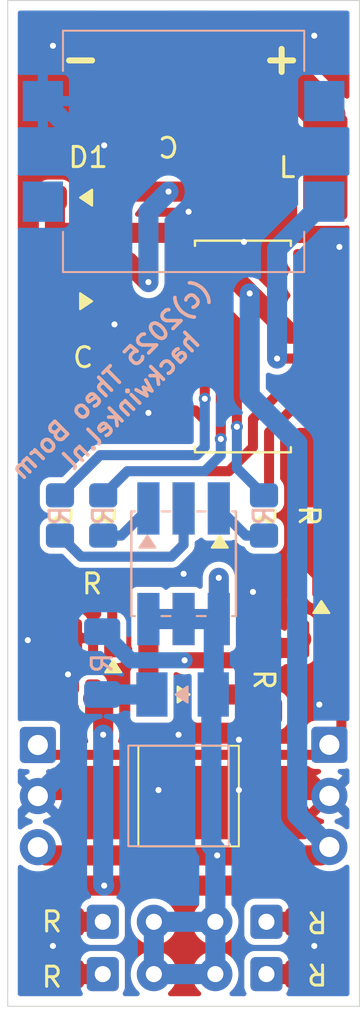
<source format=kicad_pcb>
(kicad_pcb (version 20241229) (generator "pcbnew") (generator_version "9.0")
  (layers (0 "F.Cu" signal) (2 "B.Cu" signal) (13 "F.Paste" user) (15 "B.Paste" user) (5 "F.SilkS" user "F.Silkscreen") (7 "B.SilkS" user "B.Silkscreen") (1 "F.Mask" user) (3 "B.Mask" user) (25 "Edge.Cuts" user))
  (net 0 "")
  (net 1 "GND")
  (net 2 "Net-(J2-Pin_2)")
  (net 3 "+5V")
  (net 4 "Net-(D1-A)")
  (net 5 "Net-(D2-K)")
  (net 6 "Net-(D4-K)")
  (net 7 "Net-(D5-K)")
  (net 8 "Net-(D6-K)")
  (net 9 "Net-(D7-K)")
  (net 10 "Net-(D8-BK)")
  (net 11 "Net-(D8-RK)")
  (net 12 "Net-(D8-GK)")
  (net 13 "Net-(D9-RK)")
  (net 14 "Net-(D9-GK)")
  (net 15 "Net-(D9-BK)")
  (net 16 "Net-(Q1-G)")
  (net 17 "Net-(Q1-D)")
  (net 18 "Net-(Q2-G)")
  (net 19 "Net-(Q2-D)")
  (net 20 "Net-(U2-PB3)")
  (net 21 "Net-(U2-PB0)")
  (net 22 "Net-(U2-PA0)")
  (net 23 "Net-(U2-PA4)")
  (net 24 "Net-(U2-PB6)")
  (net 25 "Net-(U2-PB5)")
  (net 26 "Net-(U2-PB2)")
  (net 27 "Net-(U2-PB7)")
  (net 28 "Net-(U2-PA7)")
  (net 29 "Net-(U2-PB4)")
  (net 36 "Net-(D3-K)")
  (footprint "ledtrinket:SOT-23" (layer "F.Cu") (at 54.25 58.2 -90)
    (property "Reference" "Q1" (hide yes))
    (property "Value" "Q_NMOS_GSD")
    (fp_poly (pts (xy -0.4 -1) (xy 0.2 -1.4) (xy 0.2 -0.6)) (stroke (width 0.1)) (fill yes) (layer "F.SilkS"))
    (pad "1" smd roundrect (at -1.5 -0.95 270) (size 1.9 0.8) (layers "F.Cu" "F.Mask" "F.Paste") (net 16 "Net-(Q1-G)"))
    (pad "2" smd roundrect (at -1.5 0.95 270) (size 1.9 0.8) (layers "F.Cu" "F.Mask" "F.Paste") (net 1 "GND"))
    (pad "3" smd roundrect (at 1.5 0 270) (size 1.9 0.8) (layers "F.Cu" "F.Mask" "F.Paste") (net 17 "Net-(Q1-D)"))
  )
  (footprint "ledtrinket:irrec" (layer "F.Cu") (at 51.5 64.55)
    (property "Reference" "U3" (hide yes))
    (property "Value" "irrec")
    (fp_line (start 5 -2.5) (end 5 2.5) (stroke (width 0.1)) (layer "F.SilkS"))
    (fp_line (start 5 2.5) (end 10 2.5) (stroke (width 0.1)) (layer "F.SilkS"))
    (fp_line (start 10 -2.5) (end 5 -2.5) (stroke (width 0.1)) (layer "F.SilkS"))
    (fp_line (start 10 2.5) (end 10 -2.5) (stroke (width 0.1)) (layer "F.SilkS"))
    (pad "1" thru_hole roundrect (at 0 -2.54) (size 1.8 1.8) (drill 1) (layers "*.Cu" "*.Mask") (roundrect_rratio 0.125) (net 28 "Net-(U2-PA7)"))
    (pad "2" thru_hole circle (at 0 0) (size 1.8 1.8) (drill 1) (layers "*.Cu" "*.Mask") (net 1 "GND"))
    (pad "3" thru_hole circle (at 0 2.54) (size 1.8 1.8) (drill 1) (layers "*.Cu" "*.Mask") (net 3 "+5V"))
  )
  (footprint "ledtrinket:SOT-23" (layer "F.Cu") (at 64.6 55.25 -90)
    (property "Reference" "Q2" (hide yes))
    (property "Value" "Q_NMOS_GSD")
    (fp_poly (pts (xy -0.4 -1) (xy 0.2 -1.4) (xy 0.2 -0.6)) (stroke (width 0.1)) (fill yes) (layer "F.SilkS"))
    (pad "1" smd roundrect (at -1.5 -0.95 270) (size 1.9 0.8) (layers "F.Cu" "F.Mask" "F.Paste") (net 18 "Net-(Q2-G)"))
    (pad "2" smd roundrect (at -1.5 0.95 270) (size 1.9 0.8) (layers "F.Cu" "F.Mask" "F.Paste") (net 1 "GND"))
    (pad "3" smd roundrect (at 1.5 0 270) (size 1.9 0.8) (layers "F.Cu" "F.Mask" "F.Paste") (net 19 "Net-(Q2-D)"))
  )
  (footprint "ledtrinket:D_SOD-123" (layer "F.Cu") (at 54 34.8)
    (property "Reference" "D1" (at 0 -2 0) (layer "F.SilkS"))
    (property "Value" "D_Schottky")
    (fp_poly (pts (xy -0.4 0) (xy 0.2 -0.4) (xy 0.2 0.4)) (stroke (width 0.1)) (fill yes) (layer "F.SilkS"))
    (pad "1" smd roundrect (at -1.65 0) (size 1.2 1.2) (layers "F.Cu" "F.Mask" "F.Paste") (net 3 "+5V"))
    (pad "2" smd roundrect (at 1.65 0) (size 1.2 1.2) (layers "F.Cu" "F.Mask" "F.Paste") (net 4 "Net-(D1-A)"))
  )
  (footprint "ledtrinket:D_2835" (layer "F.Cu") (at 58.7 59.5 180)
    (property "Reference" "D2" (hide yes))
    (property "Value" "LED")
    (fp_poly (pts (xy -0.35 0) (xy 0.25 -0.4) (xy 0.25 0.4)) (stroke (width 0.1)) (fill yes) (layer "F.SilkS"))
    (pad "1" smd rect (at -1.525 0 180) (size 1.55 2.2) (layers "F.Cu" "F.Mask" "F.Paste") (net 5 "Net-(D2-K)"))
    (pad "2" smd rect (at 1.525 0 180) (size 1.55 2.2) (layers "F.Cu" "F.Mask" "F.Paste") (net 3 "+5V"))
  )
  (footprint "ledtrinket:led_lamp_th" (layer "F.Cu") (at 56 73.4 90)
    (property "Reference" "D4" (hide yes))
    (property "Value" "LED")
    (pad "1" thru_hole roundrect (at 0 -1.27 90) (size 1.7 1.6) (drill 0.8) (layers "*.Cu" "*.Mask") (roundrect_rratio 0.15625) (net 6 "Net-(D4-K)"))
    (pad "2" thru_hole circle (at 0 1.27 90) (size 1.7 1.7) (drill 0.8) (layers "*.Cu" "*.Mask") (net 3 "+5V"))
  )
  (footprint "ledtrinket:R_0805" (layer "F.Cu") (at 62.75 50.6 -90)
    (property "Reference" "R11" (hide yes))
    (property "Value" "180")
    (fp_text user "R" (at 0 0 270) (layer "F.SilkS"))
    (pad "1" smd roundrect (at -1 0 270) (size 1.2 1.4) (layers "F.Cu" "F.Mask" "F.Paste") (roundrect_rratio 0.208333) (net 25 "Net-(U2-PB5)"))
    (pad "2" smd roundrect (at 1 0 270) (size 1.2 1.4) (layers "F.Cu" "F.Mask" "F.Paste") (roundrect_rratio 0.208333) (net 13 "Net-(D9-RK)"))
  )
  (footprint "ledtrinket:R_0805" (layer "F.Cu") (at 52.6 50.6 -90)
    (property "Reference" "R12" (hide yes))
    (property "Value" "180")
    (fp_text user "R" (at 0 0 270) (layer "F.SilkS"))
    (pad "1" smd roundrect (at -1 0 270) (size 1.2 1.4) (layers "F.Cu" "F.Mask" "F.Paste") (roundrect_rratio 0.208333) (net 26 "Net-(U2-PB2)"))
    (pad "2" smd roundrect (at 1 0 270) (size 1.2 1.4) (layers "F.Cu" "F.Mask" "F.Paste") (roundrect_rratio 0.208333) (net 14 "Net-(D9-GK)"))
  )
  (footprint "ledtrinket:C_0805" (layer "F.Cu") (at 58 32.25 180)
    (property "Reference" "C1" (hide yes))
    (property "Value" "10uF")
    (fp_text user "C" (at 0 0 180) (layer "F.SilkS"))
    (pad "1" smd roundrect (at -1 0 180) (size 1.2 1.4) (layers "F.Cu" "F.Mask" "F.Paste") (roundrect_rratio 0.208333) (net 2 "Net-(J2-Pin_2)"))
    (pad "2" smd roundrect (at 1 0 180) (size 1.2 1.4) (layers "F.Cu" "F.Mask" "F.Paste") (roundrect_rratio 0.208333) (net 1 "GND"))
  )
  (footprint "ledtrinket:R_0805" (layer "F.Cu") (at 54.75 50.6 -90)
    (property "Reference" "R13" (hide yes))
    (property "Value" "180")
    (fp_text user "R" (at 0 0 270) (layer "F.SilkS"))
    (pad "1" smd roundrect (at -1 0 270) (size 1.2 1.4) (layers "F.Cu" "F.Mask" "F.Paste") (roundrect_rratio 0.208333) (net 24 "Net-(U2-PB6)"))
    (pad "2" smd roundrect (at 1 0 270) (size 1.2 1.4) (layers "F.Cu" "F.Mask" "F.Paste") (roundrect_rratio 0.208333) (net 15 "Net-(D9-BK)"))
  )
  (footprint "ledtrinket:LED_RGB" (layer "F.Cu") (at 58.75 53 -90)
    (property "Reference" "D9" (hide yes))
    (property "Value" "LED_RGB")
    (fp_line (start -2.6 2.6) (end 2.6 2.6) (stroke (width 0.12)) (layer "F.SilkS"))
    (fp_line (start -2.6 2.6) (end -2.6 2.4) (stroke (width 0.1)) (layer "F.SilkS"))
    (fp_line (start 2.6 2.6) (end 2.6 2.4) (stroke (width 0.1)) (layer "F.SilkS"))
    (fp_line (start -2.6 0.65) (end -2.6 1.1) (stroke (width 0.1)) (layer "F.SilkS"))
    (fp_line (start 2.6 0.65) (end 2.6 1.1) (stroke (width 0.1)) (layer "F.SilkS"))
    (fp_line (start -2.6 -1.1) (end -2.6 -0.65) (stroke (width 0.1)) (layer "F.SilkS"))
    (fp_line (start 2.6 -1.1) (end 2.6 -0.65) (stroke (width 0.1)) (layer "F.SilkS"))
    (fp_line (start -2.6 -2.6) (end -2.6 -2.4) (stroke (width 0.1)) (layer "F.SilkS"))
    (fp_line (start 2.6 -2.6) (end 2.6 -2.4) (stroke (width 0.1)) (layer "F.SilkS"))
    (fp_line (start 2.6 -2.6) (end -2.6 -2.6) (stroke (width 0.12)) (layer "F.SilkS"))
    (fp_poly (pts (xy -1.4 -1.8) (xy -0.8 -2.2) (xy -0.8 -1.4)) (stroke (width 0.1)) (fill yes) (layer "F.SilkS"))
    (pad "1" smd rect (at -2.75 -1.75) (size 1.1 2.6) (layers "F.Cu" "F.Mask" "F.Paste") (net 13 "Net-(D9-RK)"))
    (pad "2" smd rect (at -2.75 0) (size 1.1 2.6) (layers "F.Cu" "F.Mask" "F.Paste") (net 14 "Net-(D9-GK)"))
    (pad "3" smd rect (at -2.75 1.75) (size 1.1 2.6) (layers "F.Cu" "F.Mask" "F.Paste") (net 15 "Net-(D9-BK)"))
    (pad "4" smd rect (at 2.75 1.75) (size 1.1 2.6) (layers "F.Cu" "F.Mask" "F.Paste") (net 3 "+5V"))
    (pad "5" smd rect (at 2.75 0) (size 1.1 2.6) (layers "F.Cu" "F.Mask" "F.Paste") (net 3 "+5V"))
    (pad "6" smd rect (at 2.75 -1.75) (size 1.1 2.6) (layers "F.Cu" "F.Mask" "F.Paste") (net 3 "+5V"))
  )
  (footprint "ledtrinket:R_0805" (layer "F.Cu") (at 65.4 70.8 180)
    (property "Reference" "R4" (hide yes))
    (property "Value" "100")
    (fp_text user "R" (at 0 0 180) (layer "F.SilkS"))
    (pad "1" smd roundrect (at -1 0 180) (size 1.2 1.4) (layers "F.Cu" "F.Mask" "F.Paste") (roundrect_rratio 0.208333) (net 17 "Net-(Q1-D)"))
    (pad "2" smd roundrect (at 1 0 180) (size 1.2 1.4) (layers "F.Cu" "F.Mask" "F.Paste") (roundrect_rratio 0.208333) (net 9 "Net-(D7-K)"))
  )
  (footprint "ledtrinket:led_lamp_th" (layer "F.Cu") (at 56 70.8 90)
    (property "Reference" "D6" (hide yes))
    (property "Value" "LED")
    (pad "1" thru_hole roundrect (at 0 -1.27 90) (size 1.7 1.6) (drill 0.8) (layers "*.Cu" "*.Mask") (roundrect_rratio 0.15625) (net 8 "Net-(D6-K)"))
    (pad "2" thru_hole circle (at 0 1.27 90) (size 1.7 1.7) (drill 0.8) (layers "*.Cu" "*.Mask") (net 3 "+5V"))
  )
  (footprint "ledtrinket:L" (layer "F.Cu") (at 63.9 33.3)
    (property "Reference" "L1" (hide yes))
    (property "Value" "47uH" (hide yes))
    (fp_text user "L" (at 0 0 0) (layer "F.SilkS"))
    (pad "1" smd roundrect (at -1.9 0) (size 2.2 5.2) (layers "F.Cu" "F.Mask" "F.Paste") (roundrect_rratio 0.1) (net 4 "Net-(D1-A)"))
    (pad "2" smd roundrect (at 1.9 0) (size 2.2 5.2) (layers "F.Cu" "F.Mask" "F.Paste") (roundrect_rratio 0.1) (net 2 "Net-(J2-Pin_2)"))
  )
  (footprint "ledtrinket:R_1206" (layer "F.Cu") (at 62.75 58.75 -90)
    (property "Reference" "R5" (hide yes))
    (property "Value" "10R")
    (fp_text user "R" (at 0 0 270) (layer "F.SilkS"))
    (pad "1" smd roundrect (at -1.5625 0 270) (size 1.325 1.8) (layers "F.Cu" "F.Mask" "F.Paste") (roundrect_rratio 0.188679) (net 19 "Net-(Q2-D)"))
    (pad "2" smd roundrect (at 1.5625 0 270) (size 1.325 1.8) (layers "F.Cu" "F.Mask" "F.Paste") (roundrect_rratio 0.188679) (net 5 "Net-(D2-K)"))
  )
  (footprint "ledtrinket:SOT-23" (layer "F.Cu") (at 53.8 38.95 180)
    (property "Reference" "U1" (hide yes))
    (property "Value" "~")
    (fp_poly (pts (xy -0.4 -1) (xy 0.2 -1.4) (xy 0.2 -0.6)) (stroke (width 0.1)) (fill yes) (layer "F.SilkS"))
    (pad "1" smd roundrect (at -1.5 -0.95 180) (size 1.9 0.8) (layers "F.Cu" "F.Mask" "F.Paste") (net 1 "GND"))
    (pad "2" smd roundrect (at -1.5 0.95 180) (size 1.9 0.8) (layers "F.Cu" "F.Mask" "F.Paste") (net 4 "Net-(D1-A)"))
    (pad "3" smd roundrect (at 1.5 0 180) (size 1.9 0.8) (layers "F.Cu" "F.Mask" "F.Paste") (net 3 "+5V"))
  )
  (footprint "ledtrinket:R_0805" (layer "F.Cu") (at 52.2 70.8)
    (property "Reference" "R3" (hide yes))
    (property "Value" "100")
    (fp_text user "R" (at 0 0 0) (layer "F.SilkS"))
    (pad "1" smd roundrect (at -1 0) (size 1.2 1.4) (layers "F.Cu" "F.Mask" "F.Paste") (roundrect_rratio 0.208333) (net 17 "Net-(Q1-D)"))
    (pad "2" smd roundrect (at 1 0) (size 1.2 1.4) (layers "F.Cu" "F.Mask" "F.Paste") (roundrect_rratio 0.208333) (net 8 "Net-(D6-K)"))
  )
  (footprint "ledtrinket:led_lamp_th" (layer "F.Cu") (at 61.6 73.4 -90)
    (property "Reference" "D5" (hide yes))
    (property "Value" "LED")
    (pad "1" thru_hole roundrect (at 0 -1.27 270) (size 1.7 1.6) (drill 0.8) (layers "*.Cu" "*.Mask") (roundrect_rratio 0.15625) (net 7 "Net-(D5-K)"))
    (pad "2" thru_hole circle (at 0 1.27 270) (size 1.7 1.7) (drill 0.8) (layers "*.Cu" "*.Mask") (net 3 "+5V"))
  )
  (footprint "ledtrinket:R_0805" (layer "F.Cu") (at 54.2 54)
    (property "Reference" "R7" (hide yes))
    (property "Value" "3k3")
    (fp_text user "R" (at 0 0 0) (layer "F.SilkS"))
    (pad "1" smd roundrect (at -1 0) (size 1.2 1.4) (layers "F.Cu" "F.Mask" "F.Paste") (roundrect_rratio 0.208333) (net 20 "Net-(U2-PB3)"))
    (pad "2" smd roundrect (at 1 0) (size 1.2 1.4) (layers "F.Cu" "F.Mask" "F.Paste") (roundrect_rratio 0.208333) (net 16 "Net-(Q1-G)"))
  )
  (footprint "ledtrinket:R_0805" (layer "F.Cu") (at 65 50.6 -90)
    (property "Reference" "R6" (hide yes))
    (property "Value" "3k3")
    (fp_text user "R" (at 0 0 270) (layer "F.SilkS"))
    (pad "1" smd roundrect (at -1 0 270) (size 1.2 1.4) (layers "F.Cu" "F.Mask" "F.Paste") (roundrect_rratio 0.208333) (net 29 "Net-(U2-PB4)"))
    (pad "2" smd roundrect (at 1 0 270) (size 1.2 1.4) (layers "F.Cu" "F.Mask" "F.Paste") (roundrect_rratio 0.208333) (net 18 "Net-(Q2-G)"))
  )
  (footprint "ledtrinket:SOP-16" (layer "F.Cu") (at 61.7 42.2 180)
    (property "Reference" "U2" (hide yes))
    (property "Value" "~")
    (fp_line (start 2.385 5.26) (end 2.385 5.005) (stroke (width 0.12)) (layer "F.SilkS"))
    (fp_line (start 2.385 -5.26) (end 2.385 -5.005) (stroke (width 0.12)) (layer "F.SilkS"))
    (fp_line (start 0 5.26) (end 2.385 5.26) (stroke (width 0.12)) (layer "F.SilkS"))
    (fp_line (start 0 5.26) (end -2.385 5.26) (stroke (width 0.12)) (layer "F.SilkS"))
    (fp_line (start 0 -5.26) (end 2.385 -5.26) (stroke (width 0.12)) (layer "F.SilkS"))
    (fp_line (start 0 -5.26) (end -2.385 -5.26) (stroke (width 0.12)) (layer "F.SilkS"))
    (fp_line (start -2.385 5.26) (end -2.385 5.005) (stroke (width 0.12)) (layer "F.SilkS"))
    (fp_line (start -2.385 -5.26) (end -2.385 -5.005) (stroke (width 0.12)) (layer "F.SilkS"))
    (pad "1" smd roundrect (at -3.25 -4.445 180) (size 1.3 0.8) (layers "F.Cu" "F.Mask" "F.Paste") (net 29 "Net-(U2-PB4)"))
    (pad "2" smd roundrect (at -3.15 -3.175 180) (size 1.3 0.8) (layers "F.Cu" "F.Mask" "F.Paste") (net 25 "Net-(U2-PB5)"))
    (pad "3" smd roundrect (at -3.15 -1.905 180) (size 1.3 0.8) (layers "F.Cu" "F.Mask" "F.Paste") (net 24 "Net-(U2-PB6)"))
    (pad "4" smd roundrect (at -3.15 -0.635 180) (size 1.3 0.8) (layers "F.Cu" "F.Mask" "F.Paste") (net 27 "Net-(U2-PB7)"))
    (pad "5" smd roundrect (at -3.15 0.635 180) (size 1.3 0.8) (layers "F.Cu" "F.Mask" "F.Paste") (net 3 "+5V"))
    (pad "6" smd roundrect (at -3.15 1.905 180) (size 1.3 0.8) (layers "F.Cu" "F.Mask" "F.Paste") (net 28 "Net-(U2-PA7)"))
    (pad "7" smd roundrect (at -3.15 3.175 180) (size 1.3 0.8) (layers "F.Cu" "F.Mask" "F.Paste"))
    (pad "8" smd roundrect (at -3.15 4.445 180) (size 1.3 0.8) (layers "F.Cu" "F.Mask" "F.Paste"))
    (pad "9" smd roundrect (at 3.15 4.445 180) (size 1.3 0.8) (layers "F.Cu" "F.Mask" "F.Paste"))
    (pad "10" smd roundrect (at 3.15 3.175 180) (size 1.3 0.8) (layers "F.Cu" "F.Mask" "F.Paste") (net 23 "Net-(U2-PA4)"))
    (pad "11" smd roundrect (at 3.15 1.905 180) (size 1.3 0.8) (layers "F.Cu" "F.Mask" "F.Paste") (net 22 "Net-(U2-PA0)"))
    (pad "12" smd roundrect (at 3.15 0.635 180) (size 1.3 0.8) (layers "F.Cu" "F.Mask" "F.Paste") (net 1 "GND"))
    (pad "13" smd roundrect (at 3.15 -0.635 180) (size 1.3 0.8) (layers "F.Cu" "F.Mask" "F.Paste") (net 21 "Net-(U2-PB0)"))
    (pad "14" smd roundrect (at 3.15 -1.905 180) (size 1.3 0.8) (layers "F.Cu" "F.Mask" "F.Paste"))
    (pad "15" smd roundrect (at 3.15 -3.175 180) (size 1.3 0.8) (layers "F.Cu" "F.Mask" "F.Paste") (net 26 "Net-(U2-PB2)"))
    (pad "16" smd roundrect (at 3.15 -4.445 180) (size 1.3 0.8) (layers "F.Cu" "F.Mask" "F.Paste") (net 20 "Net-(U2-PB3)"))
  )
  (footprint "ledtrinket:led_lamp_th" (layer "F.Cu") (at 61.6 70.8 -90)
    (property "Reference" "D7" (hide yes))
    (property "Value" "LED")
    (pad "1" thru_hole roundrect (at 0 -1.27 270) (size 1.7 1.6) (drill 0.8) (layers "*.Cu" "*.Mask") (roundrect_rratio 0.15625) (net 9 "Net-(D7-K)"))
    (pad "2" thru_hole circle (at 0 1.27 270) (size 1.7 1.7) (drill 0.8) (layers "*.Cu" "*.Mask") (net 3 "+5V"))
  )
  (footprint "ledtrinket:R_0805" (layer "F.Cu") (at 65.4 73.4 180)
    (property "Reference" "R2" (hide yes))
    (property "Value" "100")
    (fp_text user "R" (at 0 0 180) (layer "F.SilkS"))
    (pad "1" smd roundrect (at -1 0 180) (size 1.2 1.4) (layers "F.Cu" "F.Mask" "F.Paste") (roundrect_rratio 0.208333) (net 17 "Net-(Q1-D)"))
    (pad "2" smd roundrect (at 1 0 180) (size 1.2 1.4) (layers "F.Cu" "F.Mask" "F.Paste") (roundrect_rratio 0.208333) (net 7 "Net-(D5-K)"))
  )
  (footprint "ledtrinket:powpins" (layer "F.Cu") (at 58.7 27.8 90)
    (property "Reference" "J2" (hide yes))
    (property "Value" "Conn_01x02_Pin" (hide yes))
    (pad "1" smd roundrect (at 0 -2.5 90) (size 4.5 3) (layers "F.Cu" "F.Mask" "F.Paste") (roundrect_rratio 0.125) (net 1 "GND"))
    (pad "2" smd oval (at 0 2.5 90) (size 4.5 3) (layers "F.Cu" "F.Mask" "F.Paste") (net 2 "Net-(J2-Pin_2)"))
  )
  (footprint "ledtrinket:R_0805" (layer "F.Cu") (at 52.2 73.4)
    (property "Reference" "R1" (hide yes))
    (property "Value" "100")
    (fp_text user "R" (at 0 0.15 0) (layer "F.SilkS"))
    (pad "1" smd roundrect (at -1 0) (size 1.2 1.4) (layers "F.Cu" "F.Mask" "F.Paste") (roundrect_rratio 0.208333) (net 17 "Net-(Q1-D)"))
    (pad "2" smd roundrect (at 1 0) (size 1.2 1.4) (layers "F.Cu" "F.Mask" "F.Paste") (roundrect_rratio 0.208333) (net 6 "Net-(D4-K)"))
  )
  (footprint "ledtrinket:C_1206" (layer "F.Cu") (at 53.75 42.75)
    (property "Reference" "C2" (hide yes))
    (property "Value" "47uF")
    (fp_text user "C" (at 0 0 0) (layer "F.SilkS"))
    (pad "1" smd roundrect (at -1.5625 0) (size 1.325 1.8) (layers "F.Cu" "F.Mask" "F.Paste") (roundrect_rratio 0.188679) (net 3 "+5V"))
    (pad "2" smd roundrect (at 1.5625 0) (size 1.325 1.8) (layers "F.Cu" "F.Mask" "F.Paste") (roundrect_rratio 0.188679) (net 1 "GND"))
  )
  (footprint "ledtrinket:R_0805" (layer "B.Cu") (at 54.75 50.6 -90)
    (property "Reference" "R8" (hide yes))
    (property "Value" "180")
    (fp_text user "R" (at 0 0 90) (layer "B.SilkS") (effects (justify mirror)))
    (pad "1" smd roundrect (at -1 0 270) (size 1.2 1.4) (layers "B.Cu" "B.Mask" "B.Paste") (roundrect_rratio 0.208333) (net 22 "Net-(U2-PA0)"))
    (pad "2" smd roundrect (at 1 0 270) (size 1.2 1.4) (layers "B.Cu" "B.Mask" "B.Paste") (roundrect_rratio 0.208333) (net 11 "Net-(D8-RK)"))
  )
  (footprint "ledtrinket:R_0805" (layer "B.Cu") (at 62.75 50.6 -90)
    (property "Reference" "R10" (hide yes))
    (property "Value" "180")
    (fp_text user "R" (at 0 0 90) (layer "B.SilkS") (effects (justify mirror)))
    (pad "1" smd roundrect (at -1 0 270) (size 1.2 1.4) (layers "B.Cu" "B.Mask" "B.Paste") (roundrect_rratio 0.208333) (net 23 "Net-(U2-PA4)"))
    (pad "2" smd roundrect (at 1 0 270) (size 1.2 1.4) (layers "B.Cu" "B.Mask" "B.Paste") (roundrect_rratio 0.208333) (net 10 "Net-(D8-BK)"))
  )
  (footprint "ledtrinket:button" (layer "B.Cu") (at 58.75 32.5 90)
    (property "Reference" "SW1" (hide yes))
    (property "Value" "SW_Push_Dual")
    (fp_line (start 6 -6) (end 6 6) (stroke (width 0.1)) (layer "B.SilkS"))
    (fp_line (start 4 -6) (end 6 -6) (stroke (width 0.1)) (layer "B.SilkS"))
    (fp_line (start -6 -6) (end -4 -6) (stroke (width 0.1)) (layer "B.SilkS"))
    (fp_line (start 4 6) (end 6 6) (stroke (width 0.1)) (layer "B.SilkS"))
    (fp_line (start -4 6) (end -6 6) (stroke (width 0.1)) (layer "B.SilkS"))
    (fp_line (start -6 6) (end -6 -6) (stroke (width 0.1)) (layer "B.SilkS"))
    (pad "1" smd rect (at -2.5 7 90) (size 2 2) (layers "B.Cu" "B.Mask" "B.Paste") (net 27 "Net-(U2-PB7)"))
    (pad "2" smd rect (at -2.5 -7 90) (size 2 2) (layers "B.Cu" "B.Mask" "B.Paste"))
    (pad "3" smd rect (at 2.5 7 90) (size 2 2) (layers "B.Cu" "B.Mask" "B.Paste"))
    (pad "4" smd rect (at 2.5 -7 90) (size 2 2) (layers "B.Cu" "B.Mask" "B.Paste") (net 1 "GND"))
  )
  (footprint "ledtrinket:LED_RGB" (layer "B.Cu") (at 58.75 53 -90)
    (property "Reference" "D8" (hide yes))
    (property "Value" "LED_RGB")
    (fp_line (start -2.6 2.6) (end 2.6 2.6) (stroke (width 0.12)) (layer "B.SilkS"))
    (fp_line (start -2.6 2.4) (end -2.6 2.6) (stroke (width 0.1)) (layer "B.SilkS"))
    (fp_line (start 2.6 2.4) (end 2.6 2.6) (stroke (width 0.1)) (layer "B.SilkS"))
    (fp_line (start -2.6 0.65) (end -2.6 1.1) (stroke (width 0.1)) (layer "B.SilkS"))
    (fp_line (start 2.6 0.65) (end 2.6 1.1) (stroke (width 0.1)) (layer "B.SilkS"))
    (fp_line (start -2.6 -1.1) (end -2.6 -0.65) (stroke (width 0.1)) (layer "B.SilkS"))
    (fp_line (start 2.6 -1.1) (end 2.6 -0.65) (stroke (width 0.1)) (layer "B.SilkS"))
    (fp_line (start -2.6 -2.4) (end -2.6 -2.6) (stroke (width 0.1)) (layer "B.SilkS"))
    (fp_line (start 2.6 -2.4) (end 2.6 -2.6) (stroke (width 0.1)) (layer "B.SilkS"))
    (fp_line (start 2.6 -2.6) (end -2.6 -2.6) (stroke (width 0.12)) (layer "B.SilkS"))
    (fp_poly (pts (xy -1.4 1.8) (xy -0.8 2.2) (xy -0.8 1.4)) (stroke (width 0.1)) (fill yes) (layer "B.SilkS"))
    (pad "1" smd rect (at -2.75 1.75 180) (size 1.1 2.6) (layers "B.Cu" "B.Mask" "B.Paste") (net 11 "Net-(D8-RK)"))
    (pad "2" smd rect (at -2.75 0 180) (size 1.1 2.6) (layers "B.Cu" "B.Mask" "B.Paste") (net 12 "Net-(D8-GK)"))
    (pad "3" smd rect (at -2.75 -1.75 180) (size 1.1 2.6) (layers "B.Cu" "B.Mask" "B.Paste") (net 10 "Net-(D8-BK)"))
    (pad "4" smd rect (at 2.75 -1.75 180) (size 1.1 2.6) (layers "B.Cu" "B.Mask" "B.Paste") (net 3 "+5V"))
    (pad "5" smd rect (at 2.75 0 180) (size 1.1 2.6) (layers "B.Cu" "B.Mask" "B.Paste") (net 3 "+5V"))
    (pad "6" smd rect (at 2.75 1.75 180) (size 1.1 2.6) (layers "B.Cu" "B.Mask" "B.Paste") (net 3 "+5V"))
  )
  (footprint "ledtrinket:D_2835" (layer "B.Cu") (at 58.7 59.5)
    (property "Reference" "D3" (hide yes))
    (property "Value" "LED")
    (fp_poly (pts (xy -0.35 0) (xy 0.25 0.4) (xy 0.25 -0.4)) (stroke (width 0.1)) (fill yes) (layer "B.SilkS"))
    (pad "1" smd rect (at -1.525 0) (size 1.55 2.2) (layers "B.Cu" "B.Mask" "B.Paste") (net 36 "Net-(D3-K)"))
    (pad "2" smd rect (at 1.525 0) (size 1.55 2.2) (layers "B.Cu" "B.Mask" "B.Paste") (net 3 "+5V"))
  )
  (footprint "ledtrinket:irrec" (layer "B.Cu") (at 66 64.54 180)
    (property "Reference" "U4" (hide yes))
    (property "Value" "irrec")
    (fp_line (start 10 2.5) (end 10 -2.5) (stroke (width 0.1)) (layer "B.SilkS"))
    (fp_line (start 10 -2.5) (end 5 -2.5) (stroke (width 0.1)) (layer "B.SilkS"))
    (fp_line (start 5 2.5) (end 10 2.5) (stroke (width 0.1)) (layer "B.SilkS"))
    (fp_line (start 5 -2.5) (end 5 2.5) (stroke (width 0.1)) (layer "B.SilkS"))
    (pad "1" thru_hole roundrect (at 0 2.54 180) (size 1.8 1.8) (drill 1) (layers "*.Cu" "*.Mask") (roundrect_rratio 0.125) (net 28 "Net-(U2-PA7)"))
    (pad "2" thru_hole circle (at 0 0 180) (size 1.8 1.8) (drill 1) (layers "*.Cu" "*.Mask") (net 1 "GND"))
    (pad "3" thru_hole circle (at 0 -2.54 180) (size 1.8 1.8) (drill 1) (layers "*.Cu" "*.Mask") (net 3 "+5V"))
  )
  (footprint "ledtrinket:R_1206" (layer "B.Cu") (at 54.7 57.9375 -90)
    (property "Reference" "R14" (hide yes))
    (property "Value" "10R")
    (fp_text user "R" (at 0 0 90) (layer "B.SilkS") (effects (justify mirror)))
    (pad "1" smd roundrect (at -1.5625 0 270) (size 1.325 1.8) (layers "B.Cu" "B.Mask" "B.Paste") (roundrect_rratio 0.188679) (net 19 "Net-(Q2-D)"))
    (pad "2" smd roundrect (at 1.5625 0 270) (size 1.325 1.8) (layers "B.Cu" "B.Mask" "B.Paste") (roundrect_rratio 0.188679) (net 36 "Net-(D3-K)"))
  )
  (footprint "ledtrinket:R_0805" (layer "B.Cu") (at 52.6 50.6 -90)
    (property "Reference" "R9" (hide yes))
    (property "Value" "180")
    (fp_text user "R" (at 0 0 90) (layer "B.SilkS") (effects (justify mirror)))
    (pad "1" smd roundrect (at -1 0 270) (size 1.2 1.4) (layers "B.Cu" "B.Mask" "B.Paste") (roundrect_rratio 0.208333) (net 21 "Net-(U2-PB0)"))
    (pad "2" smd roundrect (at 1 0 270) (size 1.2 1.4) (layers "B.Cu" "B.Mask" "B.Paste") (roundrect_rratio 0.208333) (net 12 "Net-(D8-GK)"))
  )
  (gr_line (start 50 75) (end 50 25) (stroke (width 0.05)) (layer "Edge.Cuts"))
  (gr_line (start 67.5 25) (end 67.5 75) (stroke (width 0.05)) (layer "Edge.Cuts"))
  (gr_line (start 50 25) (end 67.5 25) (stroke (width 0.05)) (layer "Edge.Cuts"))
  (gr_line (start 67.5 75) (end 50 75) (stroke (width 0.05)) (layer "Edge.Cuts"))
  (gr_text "+" (at 62.5 28.75 0) (layer "F.SilkS") (effects (font (size 1.5 1.5) (thickness 0.3) (bold yes)) (justify left bottom)))
  (gr_text "-" (at 52.5 28.75 0) (layer "F.SilkS") (effects (font (size 1.5 1.5) (thickness 0.3) (bold yes)) (justify left bottom)))
  (gr_text "(c)2025 Theo Borm\nhackwinkel.nl\n" (at 56.5 45.25 45) (layer "B.SilkS") (effects (font (size 0.9 0.9) (thickness 0.18) (bold yes)) (justify bottom mirror)))
  (segment (start 55.3125 39.9125) (end 55.3 39.9) (width 1) (layer "F.Cu") (net 1))
  (segment (start 55.4275 41.565) (end 55.3125 41.45) (width 1) (layer "F.Cu") (net 1))
  (segment (start 63 54.4) (end 63.65 53.75) (width 1) (layer "F.Cu") (net 1))
  (segment (start 62.2 54.4) (end 63 54.4) (width 1) (layer "F.Cu") (net 1))
  (segment (start 51.1 56.7) (end 53.3 56.7) (width 1) (layer "F.Cu") (net 1))
  (segment (start 58.55 41.565) (end 55.4275 41.565) (width 1) (layer "F.Cu") (net 1))
  (segment (start 51.8 64.25) (end 51.5 64.55) (width 1) (layer "F.Cu") (net 1))
  (segment (start 65.71 64.25) (end 51.8 64.25) (width 1) (layer "F.Cu") (net 1))
  (segment (start 56.25 27.7) (end 57 28.45) (width 1) (layer "F.Cu") (net 1))
  (segment (start 66 64.54) (end 65.71 64.25) (width 1) (layer "F.Cu") (net 1))
  (segment (start 55.3125 41.1) (end 55.3125 39.9125) (width 1) (layer "F.Cu") (net 1))
  (segment (start 56.95 32.2) (end 57 32.25) (width 1) (layer "F.Cu") (net 1))
  (segment (start 57 28.45) (end 57 32.25) (width 1) (layer "F.Cu") (net 1))
  (segment (start 54.8 32.2) (end 56.95 32.2) (width 1) (layer "F.Cu") (net 1))
  (segment (start 55.3125 42.75) (end 55.3125 41.45) (width 1) (layer "F.Cu") (net 1))
  (segment (start 55.3125 41.45) (end 55.3125 41.1) (width 1) (layer "F.Cu") (net 1))
  (segment (start 51 56.8) (end 51.1 56.7) (width 1) (layer "F.Cu") (net 1))
  (via (at 57 45.5) (size 0.6) (drill 0.3) (layers "F.Cu" "B.Cu") (net 1))
  (via (at 57.5 64.25) (size 0.6) (drill 0.3) (layers "F.Cu" "B.Cu") (net 1))
  (via (at 52.25 72) (size 0.6) (drill 0.3) (layers "F.Cu" "B.Cu") (net 1))
  (via (at 55.3125 41.1) (size 0.6) (drill 0.3) (layers "F.Cu" "B.Cu") (net 1))
  (via (at 54.8 32.2) (size 0.6) (drill 0.3) (layers "F.Cu" "B.Cu") (net 1))
  (via (at 52.25 27.25) (size 0.6) (drill 0.3) (layers "F.Cu" "B.Cu") (net 1))
  (via (at 61.5 61.75) (size 0.6) (drill 0.3) (layers "F.Cu" "B.Cu") (net 1))
  (via (at 66.5 37.25) (size 0.6) (drill 0.3) (layers "F.Cu" "B.Cu") (net 1))
  (via (at 58.75 53.5) (size 0.6) (drill 0.3) (layers "F.Cu" "B.Cu") (net 1))
  (via (at 51 56.8) (size 0.6) (drill 0.3) (layers "F.Cu" "B.Cu") (net 1))
  (via (at 61.5 64.25) (size 0.6) (drill 0.3) (layers "F.Cu" "B.Cu") (net 1))
  (via (at 53 58.5) (size 0.6) (drill 0.3) (layers "F.Cu" "B.Cu") (net 1))
  (via (at 61.75 37) (size 0.6) (drill 0.3) (layers "F.Cu" "B.Cu") (net 1))
  (via (at 58.5 61.5) (size 0.6) (drill 0.3) (layers "F.Cu" "B.Cu") (net 1))
  (via (at 65.25 72) (size 0.6) (drill 0.3) (layers "F.Cu" "B.Cu") (net 1))
  (via (at 65.5 60) (size 0.6) (drill 0.3) (layers "F.Cu" "B.Cu") (net 1))
  (via (at 62.2 54.4) (size 0.6) (drill 0.3) (layers "F.Cu" "B.Cu") (net 1))
  (via (at 59 35.5) (size 0.6) (drill 0.3) (layers "F.Cu" "B.Cu") (net 1))
  (via (at 65.25 26.75) (size 0.6) (drill 0.3) (layers "F.Cu" "B.Cu") (net 1))
  (segment (start 62.75 60.5) (end 61.5 61.75) (width 1) (layer "B.Cu") (net 1))
  (segment (start 51 56.8) (end 51 58.6) (width 1) (layer "B.Cu") (net 1))
  (segment (start 65.875618 64.54) (end 66 64.54) (width 1) (layer "B.Cu") (net 1))
  (segment (start 51 58.6) (end 53.1 60.7) (width 1) (layer "B.Cu") (net 1))
  (segment (start 51 45.35) (end 55.3 41.05) (width 1) (layer "B.Cu") (net 1))
  (segment (start 52.439 63.611) (end 51.5 64.55) (width 1) (layer "B.Cu") (net 1))
  (segment (start 53.101 63.074796) (end 52.564796 63.611) (width 1) (layer "B.Cu") (net 1))
  (segment (start 54.8 32.2) (end 53.95 32.2) (width 1) (layer "B.Cu") (net 1))
  (segment (start 52.564796 63.611) (end 52.439 63.611) (width 1) (layer "B.Cu") (net 1))
  (segment (start 53.95 32.2) (end 51.75 30) (width 1) (layer "B.Cu") (net 1))
  (segment (start 53.101 60.945204) (end 53.101 63.074796) (width 1) (layer "B.Cu") (net 1))
  (segment (start 62.75 54.95) (end 62.75 60.5) (width 1) (layer "B.Cu") (net 1))
  (segment (start 61.5 61.75) (end 61.5 64.25) (width 1) (layer "B.Cu") (net 1))
  (segment (start 53.1 60.7) (end 53.1 60.944204) (width 1) (layer "B.Cu") (net 1))
  (segment (start 51 56.8) (end 51 45.35) (width 1) (layer "B.Cu") (net 1))
  (segment (start 55.3125 32.7125) (end 54.8 32.2) (width 1) (layer "B.Cu") (net 1))
  (segment (start 53.1 60.944204) (end 53.101 60.945204) (width 1) (layer "B.Cu") (net 1))
  (segment (start 55.3125 41.1) (end 55.3125 32.7125) (width 1) (layer "B.Cu") (net 1))
  (segment (start 62.2 54.4) (end 62.75 54.95) (width 1) (layer "B.Cu") (net 1))
  (segment (start 62.9 27.8) (end 65.8 30.7) (width 2) (layer "F.Cu") (net 2))
  (segment (start 59 29.95) (end 59 32.25) (width 1) (layer "F.Cu") (net 2))
  (segment (start 65.8 30.7) (end 65.8 33.3) (width 2) (layer "F.Cu") (net 2))
  (segment (start 61.2 27.8) (end 62.9 27.8) (width 2) (layer "F.Cu") (net 2))
  (segment (start 61.2 27.8) (end 61.15 27.8) (width 1) (layer "F.Cu") (net 2))
  (segment (start 61.15 27.8) (end 59 29.95) (width 1) (layer "F.Cu") (net 2))
  (segment (start 52.35 34.8) (end 52.35 36.55) (width 1) (layer "F.Cu") (net 3))
  (segment (start 57 55.75) (end 60.5 55.75) (width 1) (layer "F.Cu") (net 3))
  (segment (start 52.3 38.95) (end 52.3 42.6375) (width 1) (layer "F.Cu") (net 3))
  (segment (start 59.95 36.55) (end 52.35 36.55) (width 1) (layer "F.Cu") (net 3))
  (segment (start 52.35 36.55) (end 52.35 38.9) (width 1) (layer "F.Cu") (net 3))
  (segment (start 65.58 67.5) (end 66 67.08) (width 1) (layer "F.Cu") (net 3))
  (segment (start 60.42 67.5) (end 65.58 67.5) (width 1) (layer "F.Cu") (net 3))
  (segment (start 51.91 67.5) (end 51.5 67.09) (width 1) (layer "F.Cu") (net 3))
  (segment (start 52.35 38.9) (end 52.3 38.95) (width 1) (layer "F.Cu") (net 3))
  (segment (start 64.041666 41.565) (end 60.6 38.123334) (width 1) (layer "F.Cu") (net 3))
  (segment (start 60.42 67.5) (end 51.91 67.5) (width 1) (layer "F.Cu") (net 3))
  (segment (start 57 55.75) (end 57 59.325) (width 1) (layer "F.Cu") (net 3))
  (segment (start 57 59.325) (end 57.175 59.5) (width 1) (layer "F.Cu") (net 3))
  (segment (start 64.85 41.565) (end 64.041666 41.565) (width 1) (layer "F.Cu") (net 3))
  (segment (start 52.3 42.6375) (end 52.1875 42.75) (width 1) (layer "F.Cu") (net 3))
  (segment (start 66 67.08) (end 65.68 67.4) (width 1) (layer "F.Cu") (net 3))
  (segment (start 60.5 53.7) (end 60.5 55.75) (width 1) (layer "F.Cu") (net 3))
  (segment (start 60.6 37.2) (end 59.95 36.55) (width 1) (layer "F.Cu") (net 3))
  (segment (start 60.6 38.123334) (end 60.6 37.2) (width 1) (layer "F.Cu") (net 3))
  (via (at 62.038333 39.561667) (size 0.6) (drill 0.3) (layers "F.Cu" "B.Cu") (net 3))
  (via (at 60.42 67.5) (size 0.6) (drill 0.3) (layers "F.Cu" "B.Cu") (net 3))
  (via (at 60.5 53.7) (size 0.6) (drill 0.3) (layers "F.Cu" "B.Cu") (net 3))
  (segment (start 60.33 67.2) (end 60.33 70.8) (width 1) (layer "B.Cu") (net 3))
  (segment (start 64.4 65.48) (end 66 67.08) (width 1) (layer "B.Cu") (net 3))
  (segment (start 57.27 73.4) (end 60.33 73.4) (width 1) (layer "B.Cu") (net 3))
  (segment (start 60.5 55.75) (end 57 55.75) (width 1) (layer "B.Cu") (net 3))
  (segment (start 64.4 47) (end 64.4 65.48) (width 1) (layer "B.Cu") (net 3))
  (segment (start 60.33 70.8) (end 57.27 70.8) (width 1) (layer "B.Cu") (net 3))
  (segment (start 60.25 59.5) (end 60.25 57.75) (width 1) (layer "B.Cu") (net 3))
  (segment (start 60.33 73.4) (end 60.33 70.8) (width 1) (layer "B.Cu") (net 3))
  (segment (start 60.5 55.75) (end 60.5 53.7) (width 1) (layer "B.Cu") (net 3))
  (segment (start 60.25 59.5) (end 60.13 59.62) (width 1) (layer "B.Cu") (net 3))
  (segment (start 60.13 67) (end 60.33 67.2) (width 1) (layer "B.Cu") (net 3))
  (segment (start 60.25 57.75) (end 60.25 56) (width 1) (layer "B.Cu") (net 3))
  (segment (start 62.038333 39.561667) (end 62.038333 44.638333) (width 1) (layer "B.Cu") (net 3))
  (segment (start 60.25 56) (end 60.5 55.75) (width 1) (layer "B.Cu") (net 3))
  (segment (start 57.27 70.8) (end 57.27 73.4) (width 1) (layer "B.Cu") (net 3))
  (segment (start 60.13 59.62) (end 60.13 67) (width 1) (layer "B.Cu") (net 3))
  (segment (start 62.038333 44.638333) (end 64.4 47) (width 1) (layer "B.Cu") (net 3))
  (segment (start 56 38) (end 57 39) (width 1) (layer "F.Cu") (net 4))
  (segment (start 55.3 38) (end 56 38) (width 1) (layer "F.Cu") (net 4))
  (segment (start 58 34.5) (end 60.8 34.5) (width 1) (layer "F.Cu") (net 4))
  (segment (start 58 34.5) (end 55.95 34.5) (width 1) (layer "F.Cu") (net 4))
  (segment (start 60.8 34.5) (end 62 33.3) (width 1) (layer "F.Cu") (net 4))
  (segment (start 55.95 34.5) (end 55.65 34.8) (width 1) (layer "F.Cu") (net 4))
  (via (at 58 34.5) (size 0.6) (drill 0.3) (layers "F.Cu" "B.Cu") (net 4))
  (via (at 57 39) (size 0.6) (drill 0.3) (layers "F.Cu" "B.Cu") (net 4))
  (segment (start 58 34.5) (end 57 35.5) (width 1) (layer "B.Cu") (net 4))
  (segment (start 57 35.5) (end 57 39) (width 1) (layer "B.Cu") (net 4))
  (segment (start 60.275 59.5) (end 61.9375 59.5) (width 1) (layer "F.Cu") (net 5))
  (segment (start 61.9375 59.5) (end 62.75 60.3125) (width 1) (layer "F.Cu") (net 5))
  (segment (start 54.93 73.4) (end 53.2 73.4) (width 1) (layer "F.Cu") (net 6))
  (segment (start 64.4 73.4) (end 62.67 73.4) (width 1) (layer "F.Cu") (net 7))
  (segment (start 54.93 70.8) (end 53.2 70.8) (width 1) (layer "F.Cu") (net 8))
  (segment (start 64.4 70.8) (end 62.67 70.8) (width 1) (layer "F.Cu") (net 9))
  (segment (start 60.5 50.25) (end 61.85 51.6) (width 0.5) (layer "B.Cu") (net 10))
  (segment (start 61.85 51.6) (end 62.75 51.6) (width 0.5) (layer "B.Cu") (net 10))
  (segment (start 55.65 51.6) (end 57 50.25) (width 0.5) (layer "B.Cu") (net 11))
  (segment (start 54.75 51.6) (end 55.65 51.6) (width 0.5) (layer "B.Cu") (net 11))
  (segment (start 58.15 52.65) (end 53.65 52.65) (width 0.5) (layer "B.Cu") (net 12))
  (segment (start 58.75 50.25) (end 58.75 52.05) (width 0.5) (layer "B.Cu") (net 12))
  (segment (start 53.65 52.65) (end 52.6 51.6) (width 0.5) (layer "B.Cu") (net 12))
  (segment (start 58.75 52.05) (end 58.15 52.65) (width 0.5) (layer "B.Cu") (net 12))
  (segment (start 61.85 51.6) (end 60.5 50.25) (width 0.5) (layer "F.Cu") (net 13))
  (segment (start 62.75 51.6) (end 61.85 51.6) (width 0.5) (layer "F.Cu") (net 13))
  (segment (start 58.15 52.65) (end 58.75 52.05) (width 0.5) (layer "F.Cu") (net 14))
  (segment (start 58.75 52.05) (end 58.75 50.25) (width 0.5) (layer "F.Cu") (net 14))
  (segment (start 53.65 52.65) (end 58.15 52.65) (width 0.5) (layer "F.Cu") (net 14))
  (segment (start 52.6 51.6) (end 53.65 52.65) (width 0.5) (layer "F.Cu") (net 14))
  (segment (start 54.75 51.6) (end 55.65 51.6) (width 0.5) (layer "F.Cu") (net 15))
  (segment (start 55.65 51.6) (end 57 50.25) (width 0.5) (layer "F.Cu") (net 15))
  (segment (start 55.2 56.7) (end 55.2 54) (width 0.5) (layer "F.Cu") (net 16))
  (segment (start 51.2 70.2) (end 51.2 70.8) (width 1) (layer "F.Cu") (net 17))
  (segment (start 54.8 69) (end 65 69) (width 1) (layer "F.Cu") (net 17))
  (segment (start 65 69) (end 66.4 70.4) (width 1) (layer "F.Cu") (net 17))
  (segment (start 54.8 69) (end 52.4 69) (width 1) (layer "F.Cu") (net 17))
  (segment (start 51.2 73.4) (end 51.2 70.8) (width 1) (layer "F.Cu") (net 17))
  (segment (start 54.75 60.2) (end 54.25 59.7) (width 1) (layer "F.Cu") (net 17))
  (segment (start 66.4 73.4) (end 66.4 70.8) (width 1) (layer "F.Cu") (net 17))
  (segment (start 54.75 61.5) (end 54.75 60.2) (width 1) (layer "F.Cu") (net 17))
  (segment (start 66.4 70.4) (end 66.4 70.8) (width 1) (layer "F.Cu") (net 17))
  (segment (start 52.4 69) (end 51.2 70.2) (width 1) (layer "F.Cu") (net 17))
  (via (at 54.8 69) (size 0.6) (drill 0.3) (layers "F.Cu" "B.Cu") (net 17))
  (via (at 54.75 61.5) (size 0.6) (drill 0.3) (layers "F.Cu" "B.Cu") (net 17))
  (segment (start 54.8 69) (end 54.75 68.95) (width 1) (layer "B.Cu") (net 17))
  (segment (start 54.75 68.95) (end 54.75 61.5) (width 1) (layer "B.Cu") (net 17))
  (segment (start 65 53.2) (end 65 51.6) (width 0.5) (layer "F.Cu") (net 18))
  (segment (start 65.55 53.75) (end 65 53.2) (width 0.5) (layer "F.Cu") (net 18))
  (segment (start 64.6 56.75) (end 64.1625 57.1875) (width 1) (layer "F.Cu") (net 19))
  (segment (start 62.75 57.1875) (end 62.1375 57.8) (width 0.8) (layer "F.Cu") (net 19))
  (segment (start 62.1375 57.8) (end 58.8 57.8) (width 0.8) (layer "F.Cu") (net 19))
  (segment (start 64.1625 57.1875) (end 62.75 57.1875) (width 1) (layer "F.Cu") (net 19))
  (via (at 58.8 57.8) (size 0.6) (drill 0.3) (layers "F.Cu" "B.Cu") (net 19))
  (segment (start 56.125 57.8) (end 54.7 56.375) (width 0.8) (layer "B.Cu") (net 19))
  (segment (start 58.8 57.8) (end 56.125 57.8) (width 0.8) (layer "B.Cu") (net 19))
  (segment (start 53.605 46.645) (end 51.25 49) (width 0.5) (layer "F.Cu") (net 20))
  (segment (start 58.55 46.645) (end 53.605 46.645) (width 0.5) (layer "F.Cu") (net 20))
  (segment (start 51.25 49) (end 51.25 52.25) (width 0.5) (layer "F.Cu") (net 20))
  (segment (start 51.25 52.25) (end 53 54) (width 0.5) (layer "F.Cu") (net 20))
  (segment (start 53 54) (end 53.2 54) (width 0.5) (layer "F.Cu") (net 20))
  (segment (start 59.802662 43.202662) (end 59.435 42.835) (width 0.5) (layer "F.Cu") (net 21))
  (segment (start 59.435 42.835) (end 58.55 42.835) (width 0.5) (layer "F.Cu") (net 21))
  (segment (start 59.802662 44.796778) (end 59.802662 43.202662) (width 0.5) (layer "F.Cu") (net 21))
  (via (at 59.802662 44.796778) (size 0.6) (drill 0.3) (layers "F.Cu" "B.Cu") (net 21))
  (segment (start 59.4 47.6) (end 54.6 47.6) (width 0.5) (layer "B.Cu") (net 21))
  (segment (start 59.802662 47.197338) (end 59.4 47.6) (width 0.5) (layer "B.Cu") (net 21))
  (segment (start 59.802662 44.796778) (end 59.802662 47.197338) (width 0.5) (layer "B.Cu") (net 21))
  (segment (start 54.6 47.6) (end 52.6 49.6) (width 0.5) (layer "B.Cu") (net 21))
  (segment (start 60.6 41.6) (end 59.295 40.295) (width 0.5) (layer "F.Cu") (net 22))
  (segment (start 60.6 46.8) (end 60.6 41.6) (width 0.5) (layer "F.Cu") (net 22))
  (segment (start 59.295 40.295) (end 58.55 40.295) (width 0.5) (layer "F.Cu") (net 22))
  (via (at 60.6 46.8) (size 0.6) (drill 0.3) (layers "F.Cu" "B.Cu") (net 22))
  (segment (start 60.6 47.6) (end 59.8 48.4) (width 0.5) (layer "B.Cu") (net 22))
  (segment (start 60.6 46.8) (end 60.6 47.6) (width 0.5) (layer "B.Cu") (net 22))
  (segment (start 55.95 48.4) (end 54.75 49.6) (width 0.5) (layer "B.Cu") (net 22))
  (segment (start 59.8 48.4) (end 55.95 48.4) (width 0.5) (layer "B.Cu") (net 22))
  (segment (start 61.4 41) (end 59.425 39.025) (width 0.5) (layer "F.Cu") (net 23))
  (segment (start 59.425 39.025) (end 58.55 39.025) (width 0.5) (layer "F.Cu") (net 23))
  (segment (start 61.4 46.189558) (end 61.4 41) (width 0.5) (layer "F.Cu") (net 23))
  (via (at 61.4 46.189558) (size 0.6) (drill 0.3) (layers "F.Cu" "B.Cu") (net 23))
  (segment (start 61.4 48.25) (end 62.75 49.6) (width 0.5) (layer "B.Cu") (net 23))
  (segment (start 61.4 46.189558) (end 61.4 48.25) (width 0.5) (layer "B.Cu") (net 23))
  (segment (start 63.895 44.105) (end 64.85 44.105) (width 0.5) (layer "F.Cu") (net 24))
  (segment (start 55.95 48.4) (end 61 48.4) (width 0.5) (layer "F.Cu") (net 24))
  (segment (start 61 48.4) (end 62.2 47.2) (width 0.5) (layer "F.Cu") (net 24))
  (segment (start 62.2 45.8) (end 63.895 44.105) (width 0.5) (layer "F.Cu") (net 24))
  (segment (start 54.75 49.6) (end 55.95 48.4) (width 0.5) (layer "F.Cu") (net 24))
  (segment (start 62.2 47.2) (end 62.2 45.8) (width 0.5) (layer "F.Cu") (net 24))
  (segment (start 63 46.46125) (end 64.08625 45.375) (width 0.5) (layer "F.Cu") (net 25))
  (segment (start 63 49.35) (end 63 46.46125) (width 0.5) (layer "F.Cu") (net 25))
  (segment (start 62.75 49.6) (end 63 49.35) (width 0.5) (layer "F.Cu") (net 25))
  (segment (start 64.08625 45.375) (end 64.85 45.375) (width 0.5) (layer "F.Cu") (net 25))
  (segment (start 59.8 47.2) (end 59.8 45.85) (width 0.5) (layer "F.Cu") (net 26))
  (segment (start 52.6 49.6) (end 54.6 47.6) (width 0.5) (layer "F.Cu") (net 26))
  (segment (start 59.8 45.85) (end 59.325 45.375) (width 0.5) (layer "F.Cu") (net 26))
  (segment (start 59.4 47.6) (end 59.8 47.2) (width 0.5) (layer "F.Cu") (net 26))
  (segment (start 54.6 47.6) (end 59.4 47.6) (width 0.5) (layer "F.Cu") (net 26))
  (segment (start 59.325 45.375) (end 58.55 45.375) (width 0.5) (layer "F.Cu") (net 26))
  (segment (start 64.815 42.8) (end 64.85 42.835) (width 0.5) (layer "F.Cu") (net 27))
  (segment (start 63.4 42.8) (end 64.815 42.8) (width 0.5) (layer "F.Cu") (net 27))
  (via (at 63.4 42.8) (size 0.6) (drill 0.3) (layers "F.Cu" "B.Cu") (net 27))
  (segment (start 63.4 37.35) (end 63.4 42.8) (width 1) (layer "B.Cu") (net 27))
  (segment (start 65.75 35) (end 63.4 37.35) (width 1) (layer "B.Cu") (net 27))
  (segment (start 66 62) (end 66.6 61.4) (width 0.5) (layer "F.Cu") (net 28))
  (segment (start 66.6 61.4) (end 66.6 40.81) (width 0.5) (layer "F.Cu") (net 28))
  (segment (start 65.5 62.5) (end 66 62) (width 0.5) (layer "F.Cu") (net 28))
  (segment (start 66.6 40.81) (end 66.085 40.295) (width 0.5) (layer "F.Cu") (net 28))
  (segment (start 51.99 62.5) (end 65.5 62.5) (width 0.5) (layer "F.Cu") (net 28))
  (segment (start 66.085 40.295) (end 64.85 40.295) (width 0.5) (layer "F.Cu") (net 28))
  (segment (start 51.5 62.01) (end 51.99 62.5) (width 0.5) (layer "F.Cu") (net 28))
  (segment (start 65 49.6) (end 65 46.695) (width 0.5) (layer "F.Cu") (net 29))
  (segment (start 64.95 46.645) (end 64.95 46.795) (width 0.5) (layer "F.Cu") (net 29))
  (segment (start 65 46.695) (end 64.95 46.645) (width 0.5) (layer "F.Cu") (net 29))
  (segment (start 57.175 59.5) (end 54.7 59.5) (width 1) (layer "B.Cu") (net 36))
  (zone (net 1) (net_name "GND") (layer "F.Cu") (priority 1) (connect_pads (clearance 0.3)) (min_thickness 0.25) (fill yes (thermal_gap 0.3) (thermal_bridge_width 0.5))
    (polygon (pts (xy 67.5 75) (xy 50 75) (xy 50 25) (xy 67.5 25)))
  )
  (zone (net 1) (net_name "GND") (layer "B.Cu") (connect_pads (clearance 0.3)) (min_thickness 0.25) (fill yes (thermal_gap 0.3) (thermal_bridge_width 0.5))
    (polygon (pts (xy 50 75) (xy 67.5 75) (xy 67.5 25) (xy 50 25)))
  )
)
</source>
